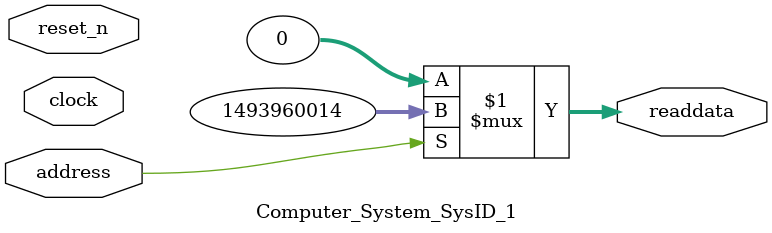
<source format=v>
module Computer_System_SysID_1 (
                address,
                clock,
                reset_n,
                readdata
             )
;
  output  [ 31: 0] readdata;
  input            address;
  input            clock;
  input            reset_n;
  wire    [ 31: 0] readdata;
  assign readdata = address ? 1493960014 : 0;
endmodule
</source>
